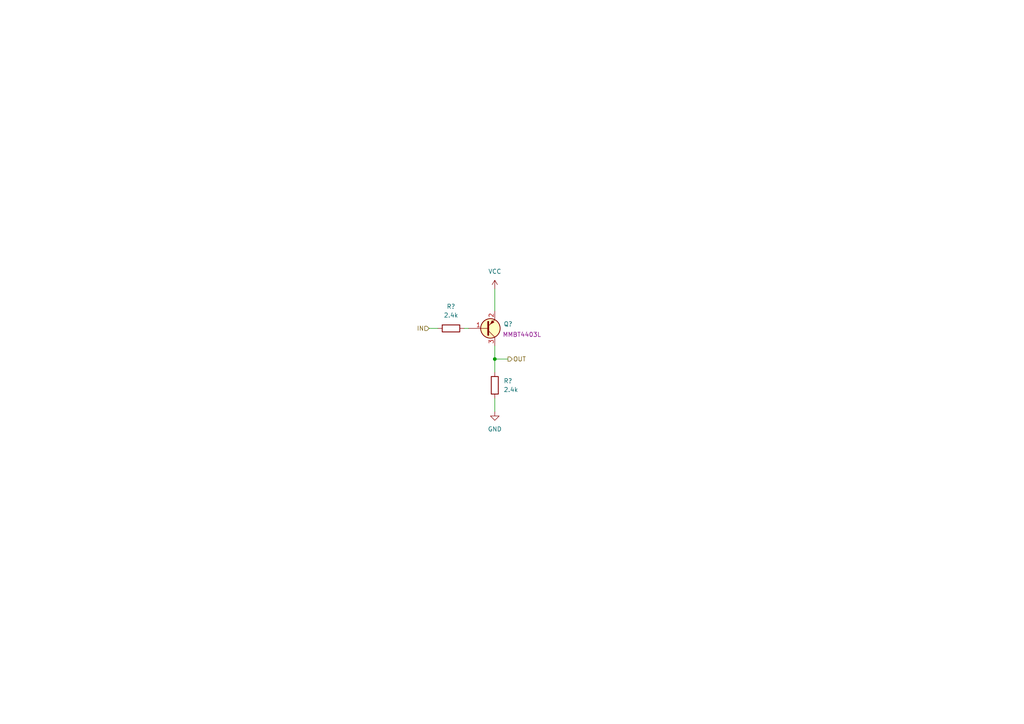
<source format=kicad_sch>
(kicad_sch
	(version 20250114)
	(generator "eeschema")
	(generator_version "9.0")
	(uuid "e17328de-3c60-4e8f-9f9b-3bd1344a1139")
	(paper "A4")
	(lib_symbols
		(symbol "Resistor_AKL:R_0603"
			(pin_numbers
				(hide yes)
			)
			(pin_names
				(offset 0)
			)
			(exclude_from_sim no)
			(in_bom yes)
			(on_board yes)
			(property "Reference" "R"
				(at 2.54 1.27 0)
				(effects
					(font
						(size 1.27 1.27)
					)
					(justify left)
				)
			)
			(property "Value" "R_0603"
				(at 2.54 -1.27 0)
				(effects
					(font
						(size 1.27 1.27)
					)
					(justify left)
				)
			)
			(property "Footprint" "Resistor_SMD_AKL:R_0603_1608Metric"
				(at 0 -11.43 0)
				(effects
					(font
						(size 1.27 1.27)
					)
					(hide yes)
				)
			)
			(property "Datasheet" "~"
				(at 0 0 0)
				(effects
					(font
						(size 1.27 1.27)
					)
					(hide yes)
				)
			)
			(property "Description" "SMD 0603 Chip Resistor, European Symbol, Alternate KiCad Library"
				(at 0 0 0)
				(effects
					(font
						(size 1.27 1.27)
					)
					(hide yes)
				)
			)
			(property "ki_keywords" "R res resistor eu SMD 0603"
				(at 0 0 0)
				(effects
					(font
						(size 1.27 1.27)
					)
					(hide yes)
				)
			)
			(property "ki_fp_filters" "R_*"
				(at 0 0 0)
				(effects
					(font
						(size 1.27 1.27)
					)
					(hide yes)
				)
			)
			(symbol "R_0603_0_1"
				(rectangle
					(start -1.016 2.54)
					(end 1.016 -2.54)
					(stroke
						(width 0.254)
						(type default)
					)
					(fill
						(type none)
					)
				)
			)
			(symbol "R_0603_0_2"
				(polyline
					(pts
						(xy -2.54 -2.54) (xy -1.524 -1.524)
					)
					(stroke
						(width 0)
						(type default)
					)
					(fill
						(type none)
					)
				)
				(polyline
					(pts
						(xy 1.524 1.524) (xy 2.54 2.54)
					)
					(stroke
						(width 0)
						(type default)
					)
					(fill
						(type none)
					)
				)
				(polyline
					(pts
						(xy 1.524 1.524) (xy 0.889 2.159) (xy -2.159 -0.889) (xy -0.889 -2.159) (xy 2.159 0.889) (xy 1.524 1.524)
					)
					(stroke
						(width 0.254)
						(type default)
					)
					(fill
						(type none)
					)
				)
			)
			(symbol "R_0603_1_1"
				(pin passive line
					(at 0 3.81 270)
					(length 1.27)
					(name "~"
						(effects
							(font
								(size 1.27 1.27)
							)
						)
					)
					(number "1"
						(effects
							(font
								(size 1.27 1.27)
							)
						)
					)
				)
				(pin passive line
					(at 0 -3.81 90)
					(length 1.27)
					(name "~"
						(effects
							(font
								(size 1.27 1.27)
							)
						)
					)
					(number "2"
						(effects
							(font
								(size 1.27 1.27)
							)
						)
					)
				)
			)
			(symbol "R_0603_1_2"
				(pin passive line
					(at -2.54 -2.54 0)
					(length 0)
					(name ""
						(effects
							(font
								(size 1.27 1.27)
							)
						)
					)
					(number "2"
						(effects
							(font
								(size 1.27 1.27)
							)
						)
					)
				)
				(pin passive line
					(at 2.54 2.54 180)
					(length 0)
					(name ""
						(effects
							(font
								(size 1.27 1.27)
							)
						)
					)
					(number "1"
						(effects
							(font
								(size 1.27 1.27)
							)
						)
					)
				)
			)
			(embedded_fonts no)
		)
		(symbol "Transistor_BJT_AKL:2SA2018"
			(pin_names
				(hide yes)
			)
			(exclude_from_sim no)
			(in_bom yes)
			(on_board yes)
			(property "Reference" "Q"
				(at 5.08 1.27 0)
				(effects
					(font
						(size 1.27 1.27)
					)
					(justify left)
				)
			)
			(property "Value" "2SA2018"
				(at 5.08 -1.27 0)
				(effects
					(font
						(size 1.27 1.27)
					)
					(justify left)
				)
			)
			(property "Footprint" "Package_TO_SOT_SMD_AKL:SOT-416"
				(at 5.08 -2.54 0)
				(effects
					(font
						(size 1.27 1.27)
					)
					(hide yes)
				)
			)
			(property "Datasheet" "https://www.tme.eu/Document/8bbe87b96a6ee2683f1239fbf67f0559/2sa2018tl-e.pdf"
				(at 0 0 0)
				(effects
					(font
						(size 1.27 1.27)
					)
					(hide yes)
				)
			)
			(property "Description" "PNP SOT-416 transistor, 12V, 500mA, 150mW, Alternate KiCAD Library"
				(at 0 0 0)
				(effects
					(font
						(size 1.27 1.27)
					)
					(hide yes)
				)
			)
			(property "ki_keywords" "transistor PNP 2SA2018"
				(at 0 0 0)
				(effects
					(font
						(size 1.27 1.27)
					)
					(hide yes)
				)
			)
			(symbol "2SA2018_0_1"
				(polyline
					(pts
						(xy 0.635 0.635) (xy 2.54 2.54) (xy 2.54 2.54)
					)
					(stroke
						(width 0)
						(type default)
					)
					(fill
						(type none)
					)
				)
				(polyline
					(pts
						(xy 0.635 -0.635) (xy 2.54 -2.54)
					)
					(stroke
						(width 0)
						(type default)
					)
					(fill
						(type none)
					)
				)
				(polyline
					(pts
						(xy 0.635 -1.905) (xy 0.635 1.905) (xy 0.635 1.905)
					)
					(stroke
						(width 0.508)
						(type default)
					)
					(fill
						(type none)
					)
				)
				(circle
					(center 1.27 0)
					(radius 2.8194)
					(stroke
						(width 0.254)
						(type default)
					)
					(fill
						(type background)
					)
				)
				(polyline
					(pts
						(xy 2.286 1.778) (xy 1.778 2.286) (xy 1.27 1.27) (xy 2.286 1.778) (xy 2.286 1.778)
					)
					(stroke
						(width 0)
						(type default)
					)
					(fill
						(type outline)
					)
				)
			)
			(symbol "2SA2018_1_1"
				(pin input line
					(at -5.08 0 0)
					(length 5.715)
					(name "B"
						(effects
							(font
								(size 1.27 1.27)
							)
						)
					)
					(number "1"
						(effects
							(font
								(size 1.27 1.27)
							)
						)
					)
				)
				(pin passive line
					(at 2.54 5.08 270)
					(length 2.54)
					(name "E"
						(effects
							(font
								(size 1.27 1.27)
							)
						)
					)
					(number "2"
						(effects
							(font
								(size 1.27 1.27)
							)
						)
					)
				)
				(pin passive line
					(at 2.54 -5.08 90)
					(length 2.54)
					(name "C"
						(effects
							(font
								(size 1.27 1.27)
							)
						)
					)
					(number "3"
						(effects
							(font
								(size 1.27 1.27)
							)
						)
					)
				)
			)
			(embedded_fonts no)
		)
		(symbol "power:GND"
			(power)
			(pin_numbers
				(hide yes)
			)
			(pin_names
				(offset 0)
				(hide yes)
			)
			(exclude_from_sim no)
			(in_bom yes)
			(on_board yes)
			(property "Reference" "#PWR"
				(at 0 -6.35 0)
				(effects
					(font
						(size 1.27 1.27)
					)
					(hide yes)
				)
			)
			(property "Value" "GND"
				(at 0 -3.81 0)
				(effects
					(font
						(size 1.27 1.27)
					)
				)
			)
			(property "Footprint" ""
				(at 0 0 0)
				(effects
					(font
						(size 1.27 1.27)
					)
					(hide yes)
				)
			)
			(property "Datasheet" ""
				(at 0 0 0)
				(effects
					(font
						(size 1.27 1.27)
					)
					(hide yes)
				)
			)
			(property "Description" "Power symbol creates a global label with name \"GND\" , ground"
				(at 0 0 0)
				(effects
					(font
						(size 1.27 1.27)
					)
					(hide yes)
				)
			)
			(property "ki_keywords" "global power"
				(at 0 0 0)
				(effects
					(font
						(size 1.27 1.27)
					)
					(hide yes)
				)
			)
			(symbol "GND_0_1"
				(polyline
					(pts
						(xy 0 0) (xy 0 -1.27) (xy 1.27 -1.27) (xy 0 -2.54) (xy -1.27 -1.27) (xy 0 -1.27)
					)
					(stroke
						(width 0)
						(type default)
					)
					(fill
						(type none)
					)
				)
			)
			(symbol "GND_1_1"
				(pin power_in line
					(at 0 0 270)
					(length 0)
					(name "~"
						(effects
							(font
								(size 1.27 1.27)
							)
						)
					)
					(number "1"
						(effects
							(font
								(size 1.27 1.27)
							)
						)
					)
				)
			)
			(embedded_fonts no)
		)
		(symbol "power:VCC"
			(power)
			(pin_numbers
				(hide yes)
			)
			(pin_names
				(offset 0)
				(hide yes)
			)
			(exclude_from_sim no)
			(in_bom yes)
			(on_board yes)
			(property "Reference" "#PWR"
				(at 0 -3.81 0)
				(effects
					(font
						(size 1.27 1.27)
					)
					(hide yes)
				)
			)
			(property "Value" "VCC"
				(at 0 3.556 0)
				(effects
					(font
						(size 1.27 1.27)
					)
				)
			)
			(property "Footprint" ""
				(at 0 0 0)
				(effects
					(font
						(size 1.27 1.27)
					)
					(hide yes)
				)
			)
			(property "Datasheet" ""
				(at 0 0 0)
				(effects
					(font
						(size 1.27 1.27)
					)
					(hide yes)
				)
			)
			(property "Description" "Power symbol creates a global label with name \"VCC\""
				(at 0 0 0)
				(effects
					(font
						(size 1.27 1.27)
					)
					(hide yes)
				)
			)
			(property "ki_keywords" "global power"
				(at 0 0 0)
				(effects
					(font
						(size 1.27 1.27)
					)
					(hide yes)
				)
			)
			(symbol "VCC_0_1"
				(polyline
					(pts
						(xy -0.762 1.27) (xy 0 2.54)
					)
					(stroke
						(width 0)
						(type default)
					)
					(fill
						(type none)
					)
				)
				(polyline
					(pts
						(xy 0 2.54) (xy 0.762 1.27)
					)
					(stroke
						(width 0)
						(type default)
					)
					(fill
						(type none)
					)
				)
				(polyline
					(pts
						(xy 0 0) (xy 0 2.54)
					)
					(stroke
						(width 0)
						(type default)
					)
					(fill
						(type none)
					)
				)
			)
			(symbol "VCC_1_1"
				(pin power_in line
					(at 0 0 90)
					(length 0)
					(name "~"
						(effects
							(font
								(size 1.27 1.27)
							)
						)
					)
					(number "1"
						(effects
							(font
								(size 1.27 1.27)
							)
						)
					)
				)
			)
			(embedded_fonts no)
		)
	)
	(junction
		(at 143.51 104.14)
		(diameter 0)
		(color 0 0 0 0)
		(uuid "094a29b8-4167-45e4-8b82-27b33f73d52a")
	)
	(wire
		(pts
			(xy 143.51 115.57) (xy 143.51 119.38)
		)
		(stroke
			(width 0)
			(type default)
		)
		(uuid "06663e06-2ebb-47e9-bacc-5dd1e38b17bb")
	)
	(wire
		(pts
			(xy 143.51 104.14) (xy 147.32 104.14)
		)
		(stroke
			(width 0)
			(type default)
		)
		(uuid "3830978a-79ae-43cb-9210-5ab3deee67b2")
	)
	(wire
		(pts
			(xy 143.51 83.82) (xy 143.51 90.17)
		)
		(stroke
			(width 0)
			(type default)
		)
		(uuid "5cd8b1f9-db15-431d-8ec1-030013469657")
	)
	(wire
		(pts
			(xy 124.46 95.25) (xy 127 95.25)
		)
		(stroke
			(width 0)
			(type default)
		)
		(uuid "82449597-a06b-4b80-bb6c-066f3ea0e21d")
	)
	(wire
		(pts
			(xy 134.62 95.25) (xy 135.89 95.25)
		)
		(stroke
			(width 0)
			(type default)
		)
		(uuid "a4c884cf-66a0-4a97-9b2a-312855714ba2")
	)
	(wire
		(pts
			(xy 143.51 104.14) (xy 143.51 107.95)
		)
		(stroke
			(width 0)
			(type default)
		)
		(uuid "ddaf14c4-8867-4dd8-a864-f89754303d4e")
	)
	(wire
		(pts
			(xy 143.51 100.33) (xy 143.51 104.14)
		)
		(stroke
			(width 0)
			(type default)
		)
		(uuid "df67c479-65d0-459f-a48f-c2401980ee1a")
	)
	(hierarchical_label "OUT"
		(shape output)
		(at 147.32 104.14 0)
		(effects
			(font
				(size 1.27 1.27)
			)
			(justify left)
		)
		(uuid "e61c4ff6-e712-4f3d-a54f-1a1ba52f18bc")
	)
	(hierarchical_label "IN"
		(shape input)
		(at 124.46 95.25 180)
		(effects
			(font
				(size 1.27 1.27)
			)
			(justify right)
		)
		(uuid "ec5df1cd-63b3-4895-a7af-5f102a18c6af")
	)
	(symbol
		(lib_id "Resistor_AKL:R_0603")
		(at 143.51 111.76 180)
		(unit 1)
		(exclude_from_sim no)
		(in_bom yes)
		(on_board yes)
		(dnp no)
		(fields_autoplaced yes)
		(uuid "3b3e2b88-8da2-457e-8f8b-31414e379104")
		(property "Reference" "R?"
			(at 146.05 110.4899 0)
			(effects
				(font
					(size 1.27 1.27)
				)
				(justify right)
			)
		)
		(property "Value" "2.4k"
			(at 146.05 113.0299 0)
			(effects
				(font
					(size 1.27 1.27)
				)
				(justify right)
			)
		)
		(property "Footprint" "Resistor_SMD_AKL:R_0603_1608Metric"
			(at 143.51 100.33 0)
			(effects
				(font
					(size 1.27 1.27)
				)
				(hide yes)
			)
		)
		(property "Datasheet" "~"
			(at 143.51 111.76 0)
			(effects
				(font
					(size 1.27 1.27)
				)
				(hide yes)
			)
		)
		(property "Description" "SMD 0603 Chip Resistor, European Symbol, Alternate KiCad Library"
			(at 143.51 111.76 0)
			(effects
				(font
					(size 1.27 1.27)
				)
				(hide yes)
			)
		)
		(pin "2"
			(uuid "b0c0800e-fd3d-4717-a735-2cd59f7f04fe")
		)
		(pin "1"
			(uuid "2d178023-441a-42ee-96b8-5831ec548dc8")
		)
		(instances
			(project "PLC4UNI Richard"
				(path "/e17328de-3c60-4e8f-9f9b-3bd1344a1139"
					(reference "R?")
					(unit 1)
				)
			)
		)
	)
	(symbol
		(lib_id "Transistor_BJT_AKL:2SA2018")
		(at 140.97 95.25 0)
		(unit 1)
		(exclude_from_sim no)
		(in_bom yes)
		(on_board yes)
		(dnp no)
		(uuid "730926b7-5626-4d2b-8b78-9e800d43fc9e")
		(property "Reference" "Q?"
			(at 146.05 93.9799 0)
			(effects
				(font
					(size 1.27 1.27)
				)
				(justify left)
			)
		)
		(property "Value" "2SA2018"
			(at 146.05 96.5199 0)
			(effects
				(font
					(size 1.27 1.27)
				)
				(justify left)
				(hide yes)
			)
		)
		(property "Footprint" "Package_TO_SOT_SMD_AKL:SOT-416"
			(at 146.05 97.79 0)
			(effects
				(font
					(size 1.27 1.27)
				)
				(hide yes)
			)
		)
		(property "Datasheet" "https://www.tme.eu/Document/8bbe87b96a6ee2683f1239fbf67f0559/2sa2018tl-e.pdf"
			(at 140.97 95.25 0)
			(effects
				(font
					(size 1.27 1.27)
				)
				(hide yes)
			)
		)
		(property "Description" "PNP SOT-416 transistor, 12V, 500mA, 150mW, Alternate KiCAD Library"
			(at 140.97 95.25 0)
			(effects
				(font
					(size 1.27 1.27)
				)
				(hide yes)
			)
		)
		(property "Part number" "MMBT4403L"
			(at 151.384 97.028 0)
			(effects
				(font
					(size 1.27 1.27)
				)
			)
		)
		(pin "3"
			(uuid "550b1f98-dc11-43d5-858f-ad8a1276a72f")
		)
		(pin "2"
			(uuid "6ba81ad9-d110-4da3-b050-4c4d498a3117")
		)
		(pin "1"
			(uuid "f947703c-f6cb-47c9-b1bd-9901e6d035c3")
		)
		(instances
			(project "PLC4UNI Richard"
				(path "/e17328de-3c60-4e8f-9f9b-3bd1344a1139"
					(reference "Q?")
					(unit 1)
				)
			)
		)
	)
	(symbol
		(lib_id "Resistor_AKL:R_0603")
		(at 130.81 95.25 90)
		(unit 1)
		(exclude_from_sim no)
		(in_bom yes)
		(on_board yes)
		(dnp no)
		(fields_autoplaced yes)
		(uuid "803fac91-0e42-4271-97fe-e796b140028b")
		(property "Reference" "R?"
			(at 130.81 88.9 90)
			(effects
				(font
					(size 1.27 1.27)
				)
			)
		)
		(property "Value" "2.4k"
			(at 130.81 91.44 90)
			(effects
				(font
					(size 1.27 1.27)
				)
			)
		)
		(property "Footprint" "Resistor_SMD_AKL:R_0603_1608Metric"
			(at 142.24 95.25 0)
			(effects
				(font
					(size 1.27 1.27)
				)
				(hide yes)
			)
		)
		(property "Datasheet" "~"
			(at 130.81 95.25 0)
			(effects
				(font
					(size 1.27 1.27)
				)
				(hide yes)
			)
		)
		(property "Description" "SMD 0603 Chip Resistor, European Symbol, Alternate KiCad Library"
			(at 130.81 95.25 0)
			(effects
				(font
					(size 1.27 1.27)
				)
				(hide yes)
			)
		)
		(pin "2"
			(uuid "f897813c-3424-4a77-a854-119226391ed8")
		)
		(pin "1"
			(uuid "b39682ae-3866-4483-9dc3-35faea746367")
		)
		(instances
			(project "PLC4UNI Richard"
				(path "/e17328de-3c60-4e8f-9f9b-3bd1344a1139"
					(reference "R?")
					(unit 1)
				)
			)
		)
	)
	(symbol
		(lib_id "power:VCC")
		(at 143.51 83.82 0)
		(unit 1)
		(exclude_from_sim no)
		(in_bom yes)
		(on_board yes)
		(dnp no)
		(fields_autoplaced yes)
		(uuid "baddd7ed-fdd7-46c6-8d19-b968d5213dad")
		(property "Reference" "#PWR?"
			(at 143.51 87.63 0)
			(effects
				(font
					(size 1.27 1.27)
				)
				(hide yes)
			)
		)
		(property "Value" "VCC"
			(at 143.51 78.74 0)
			(effects
				(font
					(size 1.27 1.27)
				)
			)
		)
		(property "Footprint" ""
			(at 143.51 83.82 0)
			(effects
				(font
					(size 1.27 1.27)
				)
				(hide yes)
			)
		)
		(property "Datasheet" ""
			(at 143.51 83.82 0)
			(effects
				(font
					(size 1.27 1.27)
				)
				(hide yes)
			)
		)
		(property "Description" "Power symbol creates a global label with name \"VCC\""
			(at 143.51 83.82 0)
			(effects
				(font
					(size 1.27 1.27)
				)
				(hide yes)
			)
		)
		(pin "1"
			(uuid "953e8322-ccc4-4f76-80ea-c408f139d0b7")
		)
		(instances
			(project "PLC4UNI Richard"
				(path "/e17328de-3c60-4e8f-9f9b-3bd1344a1139"
					(reference "#PWR?")
					(unit 1)
				)
			)
		)
	)
	(symbol
		(lib_id "power:GND")
		(at 143.51 119.38 0)
		(unit 1)
		(exclude_from_sim no)
		(in_bom yes)
		(on_board yes)
		(dnp no)
		(uuid "c3cef807-f49d-48c8-b4fa-adc72932095a")
		(property "Reference" "#PWR?"
			(at 143.51 125.73 0)
			(effects
				(font
					(size 1.27 1.27)
				)
				(hide yes)
			)
		)
		(property "Value" "GND"
			(at 143.51 124.46 0)
			(effects
				(font
					(size 1.27 1.27)
				)
			)
		)
		(property "Footprint" ""
			(at 143.51 119.38 0)
			(effects
				(font
					(size 1.27 1.27)
				)
				(hide yes)
			)
		)
		(property "Datasheet" ""
			(at 143.51 119.38 0)
			(effects
				(font
					(size 1.27 1.27)
				)
				(hide yes)
			)
		)
		(property "Description" "Power symbol creates a global label with name \"GND\" , ground"
			(at 143.51 119.38 0)
			(effects
				(font
					(size 1.27 1.27)
				)
				(hide yes)
			)
		)
		(pin "1"
			(uuid "f7932b64-50f5-4899-a5fb-eb273cfe6ac0")
		)
		(instances
			(project "PLC4UNI Richard"
				(path "/e17328de-3c60-4e8f-9f9b-3bd1344a1139"
					(reference "#PWR?")
					(unit 1)
				)
			)
		)
	)
	(sheet_instances
		(path "/"
			(page "1")
		)
	)
	(embedded_fonts no)
)

</source>
